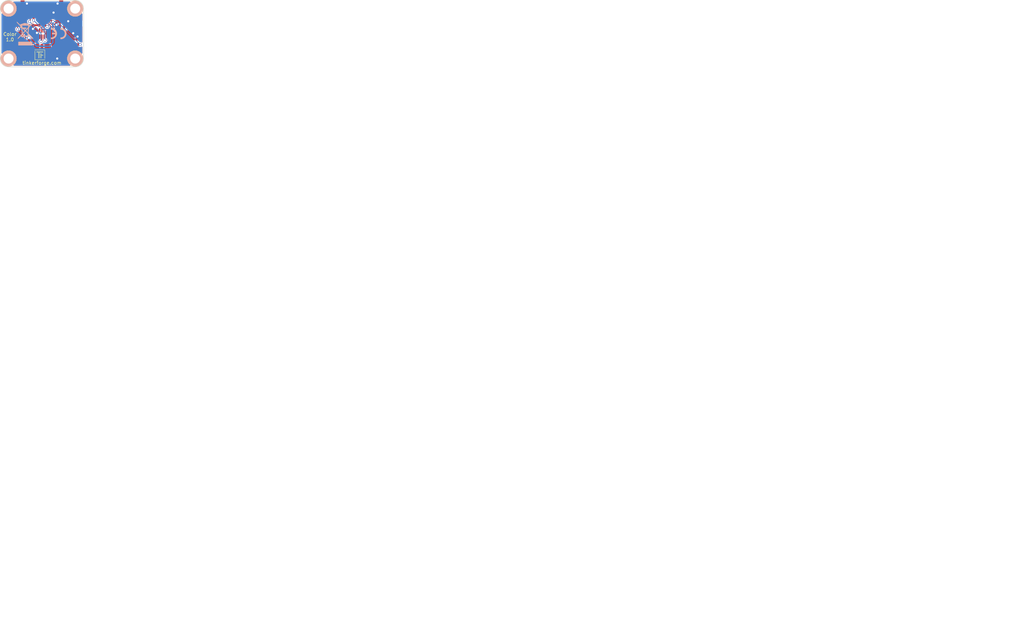
<source format=kicad_pcb>
(kicad_pcb (version 4) (host pcbnew 4.0.2+dfsg1-stable)
  (title_block (title "Color Bricklet") (rev 1.0) (company "Tinkerforge GmbH") (comment 1 "Licensed under CERN OHL v.1.1") (comment 2 "Copyright (©) 2014, B.Nordmeyer <bastian@tinkerforge.com>"))
  (layers (0 F.Cu signal hide) (31 B.Cu signal hide) (34 B.Paste user) (35 F.Paste user) (36 B.SilkS user) (37 F.SilkS user) (38 B.Mask user) (39 F.Mask user) (44 Edge.Cuts user))
  (net 0 "")
  (net 1 GND)
  (net 2 SCL)
  (net 3 SDA)
  (net 4 VCC)
  (net 5 "Net-(D1-Pad1)")
  (net 6 "Net-(D1-Pad2)")
  (net 7 "Net-(P1-Pad1)")
  (net 8 "Net-(P1-Pad6)")
  (net 9 "Net-(P1-Pad7)")
  (net 10 "Net-(P1-Pad8)")
  (net 11 "Net-(P1-Pad9)")
  (net 12 "Net-(P1-Pad10)")
  (net 13 "Net-(U1-Pad4)")
  (net 14 "Net-(U2-Pad7)")
  (module kicad-libraries:WEEE_7mm (layer B.Cu) (at 101.3 71.2 180)
    (fp_text reference VAL hide)
    (fp_text value WEEE_7mm hide)
  )
  (module kicad-libraries:CE_5mm (layer B.Cu) (at 111.3 71.2 180)
    (fp_text reference VAL hide)
    (fp_text value CE_5mm hide)
  )
  (module kicad-libraries:R0603 (layer F.Cu) (at 100.3 67.9 90)
    (fp_text reference R4)
    (fp_text value 2k2)
    (pad 1 smd rect (at -0.8001 0 90) (size 0.8001 0.8001) (layers F.Cu F.Paste F.Mask) (net 4 VCC))
    (pad 2 smd rect (at 0.8001 0 90) (size 0.8001 0.8001) (layers F.Cu F.Paste F.Mask) (net 10 "Net-(P1-Pad8)"))
  )
  (module kicad-libraries:R0603 (layer F.Cu) (at 99 67.9 90)
    (fp_text reference R3)
    (fp_text value 2k2)
    (pad 1 smd rect (at -0.8001 0 90) (size 0.8001 0.8001) (layers F.Cu F.Paste F.Mask) (net 4 VCC))
    (pad 2 smd rect (at 0.8001 0 90) (size 0.8001 0.8001) (layers F.Cu F.Paste F.Mask) (net 9 "Net-(P1-Pad7)"))
  )
  (module kicad-libraries:R0603 (layer F.Cu) (at 102.4 74.1 270)
    (fp_text reference R2)
    (fp_text value 180)
    (pad 1 smd rect (at -0.8001 0 270) (size 0.8001 0.8001) (layers F.Cu F.Paste F.Mask) (net 4 VCC))
    (pad 2 smd rect (at 0.8001 0 270) (size 0.8001 0.8001) (layers F.Cu F.Paste F.Mask) (net 5 "Net-(D1-Pad1)"))
  )
  (module kicad-libraries:R0603 (layer F.Cu) (at 102.8 68.7)
    (fp_text reference R1)
    (fp_text value 10k)
    (pad 1 smd rect (at -0.8001 0) (size 0.8001 0.8001) (layers F.Cu F.Paste F.Mask) (net 12 "Net-(P1-Pad10)"))
    (pad 2 smd rect (at 0.8001 0) (size 0.8001 0.8001) (layers F.Cu F.Paste F.Mask) (net 1 GND))
  )
  (module kicad-libraries:C0603 (layer F.Cu) (at 117 73.7 90)
    (fp_text reference C2)
    (fp_text value 100nF)
    (pad 1 smd rect (at -0.8001 0 90) (size 0.8001 0.8001) (layers F.Cu F.Paste F.Mask) (net 4 VCC))
    (pad 2 smd rect (at 0.8001 0 90) (size 0.8001 0.8001) (layers F.Cu F.Paste F.Mask) (net 1 GND))
  )
  (module kicad-libraries:C0603 (layer F.Cu) (at 106.3 68.7 180)
    (fp_text reference C1)
    (fp_text value 100nF)
    (pad 1 smd rect (at -0.8001 0 180) (size 0.8001 0.8001) (layers F.Cu F.Paste F.Mask) (net 4 VCC))
    (pad 2 smd rect (at 0.8001 0 180) (size 0.8001 0.8001) (layers F.Cu F.Paste F.Mask) (net 1 GND))
  )
  (module kicad-libraries:Fiducial_Mark (layer F.Cu) (at 117.4 68.2)
    (fp_text reference Fiducial_Mark hide)
    (fp_text value VAL** hide)
    (pad 1 smd circle (at 0 0) (size 1.00076 1.00076) (layers F.Cu F.Paste F.Mask) (clearance 0.65024))
  )
  (module kicad-libraries:Fiducial_Mark (layer F.Cu) (at 100.8 78.2)
    (fp_text reference Fiducial_Mark hide)
    (fp_text value VAL** hide)
    (pad 1 smd circle (at 0 0) (size 1.00076 1.00076) (layers F.Cu F.Paste F.Mask) (clearance 0.65024))
  )
  (module kicad-libraries:Logo_31x31 (layer F.Cu) (at 104.1 76)
    (fp_text reference G*** hide)
    (fp_text value Logo_31x31 hide)
  )
  (module kicad-libraries:SOT23GDS (layer F.Cu) (at 109.1 77.7 180)
    (fp_text reference Q1)
    (fp_text value 2N7002P)
    (pad S smd rect (at -0.889 -1.016 180) (size 0.9144 0.9144) (layers F.Cu F.Paste F.Mask) (net 1 GND))
    (pad G smd rect (at 0.889 -1.016 180) (size 0.9144 0.9144) (layers F.Cu F.Paste F.Mask) (net 12 "Net-(P1-Pad10)"))
    (pad D smd rect (at 0 1.016 180) (size 0.9144 0.9144) (layers F.Cu F.Paste F.Mask) (net 6 "Net-(D1-Pad2)"))
  )
  (module kicad-libraries:SOIC8 (layer F.Cu) (at 113.6 71.8 180)
    (fp_text reference U2)
    (fp_text value M24C64)
    (pad 1 smd rect (at -1.90246 2.69748) (size 0.59944 1.5494) (layers F.Cu F.Paste F.Mask) (net 1 GND))
    (pad 2 smd rect (at -0.63246 2.69748) (size 0.59944 1.5494) (layers F.Cu F.Paste F.Mask) (net 1 GND))
    (pad 3 smd rect (at 0.63246 2.69748) (size 0.59944 1.5494) (layers F.Cu F.Paste F.Mask) (net 8 "Net-(P1-Pad6)"))
    (pad 4 smd rect (at 1.90246 2.69748) (size 0.59944 1.5494) (layers F.Cu F.Paste F.Mask) (net 1 GND))
    (pad 5 smd rect (at 1.90246 -2.69748 180) (size 0.59944 1.5494) (layers F.Cu F.Paste F.Mask) (net 3 SDA))
    (pad 6 smd rect (at 0.63246 -2.69748 180) (size 0.59944 1.5494) (layers F.Cu F.Paste F.Mask) (net 2 SCL))
    (pad 7 smd rect (at -0.63246 -2.69748 180) (size 0.59944 1.5494) (layers F.Cu F.Paste F.Mask) (net 14 "Net-(U2-Pad7)"))
    (pad 8 smd rect (at -1.90246 -2.69748 180) (size 0.59944 1.5494) (layers F.Cu F.Paste F.Mask) (net 4 VCC))
  )
  (module kicad-libraries:CON-SENSOR (layer F.Cu) (at 106.3 61.3 180)
    (fp_text reference P1)
    (fp_text value CON-SENSOR)
    (pad 1 smd rect (at -4.50088 -4.7752 180) (size 0.59944 1.5494) (layers F.Cu F.Paste F.Mask) (net 7 "Net-(P1-Pad1)"))
    (pad 2 smd rect (at -3.50012 -4.7752 180) (size 0.59944 1.5494) (layers F.Cu F.Paste F.Mask) (net 1 GND))
    (pad 3 smd rect (at -2.49936 -4.7752 180) (size 0.59944 1.5494) (layers F.Cu F.Paste F.Mask) (net 4 VCC))
    (pad 4 smd rect (at -1.50114 -4.7752 180) (size 0.59944 1.5494) (layers F.Cu F.Paste F.Mask) (net 2 SCL))
    (pad 5 smd rect (at -0.50038 -4.7752 180) (size 0.59944 1.5494) (layers F.Cu F.Paste F.Mask) (net 3 SDA))
    (pad 6 smd rect (at 0.50038 -4.7752 180) (size 0.59944 1.5494) (layers F.Cu F.Paste F.Mask) (net 8 "Net-(P1-Pad6)"))
    (pad 7 smd rect (at 1.50114 -4.7752 180) (size 0.59944 1.5494) (layers F.Cu F.Paste F.Mask) (net 9 "Net-(P1-Pad7)"))
    (pad 8 smd rect (at 2.49936 -4.7752 180) (size 0.59944 1.5494) (layers F.Cu F.Paste F.Mask) (net 10 "Net-(P1-Pad8)"))
    (pad 9 smd rect (at 3.50012 -4.7752 180) (size 0.59944 1.5494) (layers F.Cu F.Paste F.Mask) (net 11 "Net-(P1-Pad9)"))
    (pad 10 smd rect (at 4.50088 -4.7752 180) (size 0.59944 1.5494) (layers F.Cu F.Paste F.Mask) (net 12 "Net-(P1-Pad10)"))
    (pad EP smd rect (at -5.79882 -0.89916 180) (size 1.19888 1.80086) (layers F.Cu F.Paste F.Mask) (net 1 GND))
    (pad EP smd rect (at 5.79882 -0.89916 180) (size 1.19888 1.80086) (layers F.Cu F.Paste F.Mask) (net 1 GND))
  )
  (module kicad-libraries:DRILL_NP (layer F.Cu) (at 96.3 78.7)
    (fp_text reference U5 hide)
    (fp_text value DRILL hide)
    (pad "" np_thru_hole circle (at 0 0) (size 2.99974 2.99974) (drill 2.99974) (layers *.Cu *.Mask F.SilkS) (clearance 0.89916))
  )
  (module kicad-libraries:DRILL_NP (layer F.Cu) (at 116.3 78.7)
    (fp_text reference U6 hide)
    (fp_text value DRILL hide)
    (pad "" np_thru_hole circle (at 0 0) (size 2.99974 2.99974) (drill 2.99974) (layers *.Cu *.Mask F.SilkS) (clearance 0.89916))
  )
  (module kicad-libraries:DRILL_NP (layer F.Cu) (at 116.3 63.7)
    (fp_text reference U4 hide)
    (fp_text value DRILL hide)
    (pad "" np_thru_hole circle (at 0 0) (size 2.99974 2.99974) (drill 2.99974) (layers *.Cu *.Mask F.SilkS) (clearance 0.89916))
  )
  (module kicad-libraries:DRILL_NP (layer F.Cu) (at 96.3 63.7)
    (fp_text reference U3 hide)
    (fp_text value DRILL hide)
    (pad "" np_thru_hole circle (at 0 0) (size 2.99974 2.99974) (drill 2.99974) (layers *.Cu *.Mask F.SilkS) (clearance 0.89916))
  )
  (module kicad-libraries:LED-3x2 (layer F.Cu) (at 106.3 74.9)
    (fp_text reference D1)
    (fp_text value LED)
    (pad 1 smd rect (at -1.55 0.05) (size 1.6 1.4) (layers F.Cu F.Paste F.Mask) (net 5 "Net-(D1-Pad1)"))
    (pad 2 smd rect (at 1.55 0) (size 1.6 1.4) (layers F.Cu F.Paste F.Mask) (net 6 "Net-(D1-Pad2)"))
  )
  (module kicad-libraries:FN-TCS3472 (layer F.Cu) (at 106.3 71.2 270)
    (fp_text reference U1)
    (fp_text value TCS3472)
    (pad 1 smd oval (at -0.95 -0.65 270) (size 1.4 0.4) (layers F.Cu F.Paste F.Mask) (net 4 VCC))
    (pad 2 smd oval (at -0.95 0 270) (size 1.4 0.4) (layers F.Cu F.Paste F.Mask) (net 9 "Net-(P1-Pad7)"))
    (pad 3 smd oval (at -0.95 0.65 270) (size 1.4 0.4) (layers F.Cu F.Paste F.Mask) (net 1 GND))
    (pad 4 smd oval (at 0.95 0.65 270) (size 1.4 0.4) (layers F.Cu F.Paste F.Mask) (net 13 "Net-(U1-Pad4)"))
    (pad 5 smd oval (at 0.95 0 270) (size 1.4 0.4) (layers F.Cu F.Paste F.Mask) (net 11 "Net-(P1-Pad9)"))
    (pad 6 smd oval (at 0.95 -0.65 270) (size 1.4 0.4) (layers F.Cu F.Paste F.Mask) (net 10 "Net-(P1-Pad8)"))
  )
  (gr_text tinkerforge.com (at 106.3 80) (layer F.SilkS) (effects (font (size 1 1))))
  (gr_text "Color\n1.0" (at 96.7 72.2) (layer F.SilkS) (effects (font (size 1 1))))
  (gr_line (start 96.3 81.2) (end 116.3 81.2) (angle 90) (layer Edge.Cuts) (width 0.15))
  (gr_line (start 93.8 63.7) (end 93.8 78.7) (angle 90) (layer Edge.Cuts) (width 0.15))
  (gr_line (start 116.3 61.2) (end 96.3 61.2) (angle 90) (layer Edge.Cuts) (width 0.15))
  (gr_line (start 118.8 78.7) (end 118.8 63.7) (angle 90) (layer Edge.Cuts) (width 0.15))
  (gr_arc (start 116.3 78.7) (end 118.8 78.7) (angle 90) (layer Edge.Cuts) (width 0.15))
  (gr_arc (start 116.3 63.7) (end 116.3 61.2) (angle 90) (layer Edge.Cuts) (width 0.15))
  (gr_arc (start 96.3 63.7) (end 93.8 63.7) (angle 90) (layer Edge.Cuts) (width 0.15))
  (gr_arc (start 96.3 78.7) (end 96.3 81.2) (angle 90) (layer Edge.Cuts) (width 0.15))
  (segment (start 110.9 78.7) (end 103.1 78.7) (width 0.254) (layer B.Cu) (net 1))
  (segment (start 97.6 73.2) (end 97.6 66.8) (width 0.254) (layer B.Cu) (net 1))
  (segment (start 103.1 78.7) (end 97.6 73.2) (width 0.254) (layer B.Cu) (net 1))
  (segment (start 103.6 69.8) (end 103.1 69.8) (width 0.254) (layer B.Cu) (net 1))
  (segment (start 101.8 64.8) (end 101.8 62.2) (width 0.254) (layer B.Cu) (net 1))
  (segment (start 101.5 65.1) (end 101.8 64.8) (width 0.254) (layer B.Cu) (net 1))
  (segment (start 101.5 68.2) (end 101.5 65.1) (width 0.254) (layer B.Cu) (net 1))
  (segment (start 103.1 69.8) (end 101.5 68.2) (width 0.254) (layer B.Cu) (net 1))
  (segment (start 97.6 66.8) (end 101.8 62.6) (width 0.254) (layer B.Cu) (net 1))
  (segment (start 101.8 62.6) (end 101.8 62.2) (width 0.254) (layer B.Cu) (net 1))
  (segment (start 115.7 71.1) (end 115.7 69) (width 0.254) (layer B.Cu) (net 1))
  (segment (start 114.23246 67.53246) (end 114.2 67.5) (width 0.254) (layer F.Cu) (net 1))
  (via (at 114.2 67.5) (size 0.889) (layers F.Cu B.Cu) (net 1))
  (segment (start 114.23246 67.53246) (end 114.23246 69.10252) (width 0.254) (layer F.Cu) (net 1))
  (segment (start 115.7 69) (end 114.2 67.5) (width 0.254) (layer B.Cu) (net 1))
  (segment (start 104.8 71) (end 103.6 69.8) (width 0.254) (layer B.Cu) (net 1))
  (segment (start 103.6001 69.7999) (end 103.6 69.8) (width 0.254) (layer F.Cu) (net 1))
  (via (at 103.6 69.8) (size 0.889) (layers F.Cu B.Cu) (net 1))
  (segment (start 103.6001 68.7) (end 103.6001 69.7999) (width 0.254) (layer F.Cu) (net 1))
  (segment (start 105.55 70.25) (end 104.8 71) (width 0.254) (layer F.Cu) (net 1))
  (via (at 104.8 71) (size 0.889) (layers F.Cu B.Cu) (net 1))
  (segment (start 105.55 70.25) (end 105.65 70.25) (width 0.254) (layer F.Cu) (net 1))
  (segment (start 110.7 68.6) (end 110.7 78.5) (width 0.254) (layer B.Cu) (net 1))
  (segment (start 110.7 78.5) (end 110.9 78.7) (width 0.254) (layer B.Cu) (net 1))
  (segment (start 111.69754 69.10252) (end 111.20252 69.10252) (width 0.254) (layer F.Cu) (net 1))
  (via (at 110.7 68.6) (size 0.889) (layers F.Cu B.Cu) (net 1))
  (segment (start 111.20252 69.10252) (end 110.7 68.6) (width 0.254) (layer F.Cu) (net 1))
  (segment (start 117 72.1) (end 116.7 72.1) (width 0.254) (layer B.Cu) (net 1))
  (segment (start 115.50246 70.90246) (end 115.7 71.1) (width 0.254) (layer F.Cu) (net 1))
  (via (at 115.7 71.1) (size 0.889) (layers F.Cu B.Cu) (net 1))
  (segment (start 115.50246 70.90246) (end 115.50246 69.10252) (width 0.254) (layer F.Cu) (net 1))
  (segment (start 116.7 72.1) (end 115.7 71.1) (width 0.254) (layer B.Cu) (net 1))
  (segment (start 109.8 64.9) (end 104.5 64.9) (width 0.254) (layer B.Cu) (net 1))
  (segment (start 104.5 64.9) (end 101.8 62.2) (width 0.254) (layer B.Cu) (net 1))
  (segment (start 109.8 64.9) (end 109.8 63.4) (width 0.254) (layer B.Cu) (net 1))
  (segment (start 111.00084 62.19916) (end 111 62.2) (width 0.254) (layer F.Cu) (net 1))
  (via (at 111 62.2) (size 0.889) (layers F.Cu B.Cu) (net 1))
  (segment (start 111.00084 62.19916) (end 112.09882 62.19916) (width 0.254) (layer F.Cu) (net 1))
  (segment (start 109.8 63.4) (end 111 62.2) (width 0.254) (layer B.Cu) (net 1))
  (segment (start 105.4999 68.7) (end 103.6001 68.7) (width 0.254) (layer F.Cu) (net 1))
  (segment (start 109.989 78.716) (end 110.884 78.716) (width 0.5) (layer F.Cu) (net 1))
  (via (at 110.9 78.7) (size 0.889) (layers F.Cu B.Cu) (net 1))
  (segment (start 110.884 78.716) (end 110.9 78.7) (width 0.254) (layer F.Cu) (net 1))
  (segment (start 101.79916 62.19916) (end 100.50118 62.19916) (width 0.254) (layer F.Cu) (net 1))
  (via (at 101.8 62.2) (size 0.889) (layers F.Cu B.Cu) (net 1))
  (segment (start 101.8 62.2) (end 101.79916 62.19916) (width 0.254) (layer F.Cu) (net 1))
  (segment (start 117 72.1) (end 117 68.7) (width 0.254) (layer B.Cu) (net 1))
  (segment (start 109.80012 64.90012) (end 109.8 64.9) (width 0.254) (layer F.Cu) (net 1))
  (via (at 109.8 64.9) (size 0.889) (layers F.Cu B.Cu) (net 1))
  (segment (start 109.80012 64.90012) (end 109.80012 66.0752) (width 0.254) (layer F.Cu) (net 1))
  (segment (start 113.2 64.9) (end 109.8 64.9) (width 0.254) (layer B.Cu) (net 1))
  (segment (start 117 68.7) (end 113.2 64.9) (width 0.254) (layer B.Cu) (net 1))
  (segment (start 117 72.1) (end 117 72.8999) (width 0.254) (layer F.Cu) (net 1))
  (via (at 117 72.1) (size 0.889) (layers F.Cu B.Cu) (net 1))
  (segment (start 107.80114 66.0752) (end 107.80114 66.80114) (width 0.254) (layer F.Cu) (net 2))
  (segment (start 112.96754 72.16754) (end 112.96754 74.49748) (width 0.254) (layer F.Cu) (net 2))
  (segment (start 107.8 67) (end 112.96754 72.16754) (width 0.254) (layer F.Cu) (net 2))
  (segment (start 107.8 66.80228) (end 107.8 67) (width 0.254) (layer F.Cu) (net 2))
  (segment (start 107.80114 66.80114) (end 107.8 66.80228) (width 0.254) (layer F.Cu) (net 2))
  (segment (start 111.69754 74.49748) (end 111.69754 71.69754) (width 0.254) (layer F.Cu) (net 3))
  (segment (start 106.80038 67.20038) (end 106.80038 66.0752) (width 0.254) (layer F.Cu) (net 3))
  (segment (start 107.4 67.8) (end 106.80038 67.20038) (width 0.254) (layer F.Cu) (net 3))
  (segment (start 107.8 67.8) (end 107.4 67.8) (width 0.254) (layer F.Cu) (net 3))
  (segment (start 111.69754 71.69754) (end 107.8 67.8) (width 0.254) (layer F.Cu) (net 3))
  (segment (start 102.4 72.5) (end 101.6 72.5) (width 0.254) (layer B.Cu) (net 4))
  (segment (start 99 69.9) (end 99 68.7001) (width 0.254) (layer F.Cu) (net 4))
  (via (at 99 69.9) (size 0.889) (layers F.Cu B.Cu) (net 4))
  (segment (start 101.6 72.5) (end 99 69.9) (width 0.254) (layer B.Cu) (net 4))
  (segment (start 100.3 68.7001) (end 99 68.7001) (width 0.254) (layer F.Cu) (net 4))
  (segment (start 109.6 67.6) (end 109.4 67.6) (width 0.5) (layer F.Cu) (net 4))
  (segment (start 108.79936 66.99936) (end 108.79936 66.0752) (width 0.5) (layer F.Cu) (net 4))
  (segment (start 109.4 67.6) (end 108.79936 66.99936) (width 0.5) (layer F.Cu) (net 4))
  (segment (start 102.4 72.5) (end 102.4 72.7) (width 0.254) (layer B.Cu) (net 4))
  (via (at 102.4 72.5) (size 0.889) (layers F.Cu B.Cu) (net 4))
  (segment (start 102.4 73.2999) (end 102.4 72.5) (width 0.5) (layer F.Cu) (net 4))
  (segment (start 109.6 73.9) (end 109.6 67.6) (width 0.5) (layer B.Cu) (net 4))
  (segment (start 108.5 75) (end 109.6 73.9) (width 0.5) (layer B.Cu) (net 4))
  (segment (start 104.7 75) (end 108.5 75) (width 0.5) (layer B.Cu) (net 4))
  (segment (start 102.4 72.7) (end 104.7 75) (width 0.5) (layer B.Cu) (net 4))
  (segment (start 117 74.5001) (end 117.7999 74.5001) (width 0.254) (layer F.Cu) (net 4))
  (segment (start 110.9 67.6) (end 109.6 67.6) (width 0.254) (layer B.Cu) (net 4))
  (segment (start 117.8 74.5) (end 110.9 67.6) (width 0.254) (layer B.Cu) (net 4))
  (via (at 117.8 74.5) (size 0.889) (layers F.Cu B.Cu) (net 4))
  (segment (start 117.7999 74.5001) (end 117.8 74.5) (width 0.254) (layer F.Cu) (net 4))
  (segment (start 115.50246 74.49748) (end 116.99738 74.49748) (width 0.254) (layer F.Cu) (net 4))
  (segment (start 116.99738 74.49748) (end 117 74.5001) (width 0.254) (layer F.Cu) (net 4))
  (segment (start 107.1001 68.7) (end 107.5 68.7) (width 0.254) (layer F.Cu) (net 4))
  (segment (start 107.5 68.7) (end 107.9 69.1) (width 0.254) (layer F.Cu) (net 4))
  (via (at 107.9 69.1) (size 0.889) (layers F.Cu B.Cu) (net 4))
  (segment (start 107.9 69.1) (end 109.4 67.6) (width 0.254) (layer B.Cu) (net 4))
  (segment (start 109.4 67.6) (end 109.6 67.6) (width 0.254) (layer B.Cu) (net 4))
  (via (at 109.6 67.6) (size 0.889) (layers F.Cu B.Cu) (net 4))
  (segment (start 106.95 70.25) (end 106.95 68.8501) (width 0.254) (layer F.Cu) (net 4))
  (segment (start 106.95 68.8501) (end 107.1001 68.7) (width 0.254) (layer F.Cu) (net 4))
  (segment (start 104.75 74.95) (end 102.4499 74.95) (width 0.5) (layer F.Cu) (net 5))
  (segment (start 102.4499 74.95) (end 102.4 74.9001) (width 0.254) (layer F.Cu) (net 5))
  (segment (start 107.85 74.9) (end 108.5 74.9) (width 0.254) (layer F.Cu) (net 6))
  (segment (start 109.1 75.5) (end 109.1 76.684) (width 0.5) (layer F.Cu) (net 6))
  (segment (start 108.5 74.9) (end 109.1 75.5) (width 0.5) (layer F.Cu) (net 6))
  (segment (start 112.96754 69.10252) (end 112.96754 65.26754) (width 0.254) (layer F.Cu) (net 8))
  (segment (start 105.79962 65.00038) (end 105.79962 66.0752) (width 0.254) (layer F.Cu) (net 8))
  (segment (start 106.8 64) (end 105.79962 65.00038) (width 0.254) (layer F.Cu) (net 8))
  (segment (start 111.7 64) (end 106.8 64) (width 0.254) (layer F.Cu) (net 8))
  (segment (start 112.96754 65.26754) (end 111.7 64) (width 0.254) (layer F.Cu) (net 8))
  (segment (start 99 67.0999) (end 99 65.9) (width 0.254) (layer F.Cu) (net 9))
  (segment (start 104.79886 64.69886) (end 104.79886 66.0752) (width 0.254) (layer F.Cu) (net 9))
  (segment (start 104.1 64) (end 104.79886 64.69886) (width 0.254) (layer F.Cu) (net 9))
  (segment (start 100.9 64) (end 104.1 64) (width 0.254) (layer F.Cu) (net 9))
  (segment (start 99 65.9) (end 100.9 64) (width 0.254) (layer F.Cu) (net 9))
  (segment (start 106.3 70.25) (end 106.3 68.1) (width 0.254) (layer F.Cu) (net 9))
  (segment (start 104.79886 67.09886) (end 104.79886 66.0752) (width 0.254) (layer F.Cu) (net 9))
  (segment (start 105.1 67.4) (end 104.79886 67.09886) (width 0.254) (layer F.Cu) (net 9))
  (segment (start 105.6 67.4) (end 105.1 67.4) (width 0.254) (layer F.Cu) (net 9))
  (segment (start 106.3 68.1) (end 105.6 67.4) (width 0.254) (layer F.Cu) (net 9))
  (segment (start 100.3 67.0999) (end 100.3 65.5) (width 0.254) (layer F.Cu) (net 10))
  (segment (start 103.80064 65.30064) (end 103.80064 66.0752) (width 0.254) (layer F.Cu) (net 10))
  (segment (start 103.3 64.8) (end 103.80064 65.30064) (width 0.254) (layer F.Cu) (net 10))
  (segment (start 101 64.8) (end 103.3 64.8) (width 0.254) (layer F.Cu) (net 10))
  (segment (start 100.3 65.5) (end 101 64.8) (width 0.254) (layer F.Cu) (net 10))
  (segment (start 103.80064 66.0752) (end 103.80064 67.19936) (width 0.254) (layer F.Cu) (net 10))
  (segment (start 106.95 72.95) (end 106.95 72.15) (width 0.254) (layer F.Cu) (net 10))
  (segment (start 107.2 73.2) (end 106.95 72.95) (width 0.254) (layer F.Cu) (net 10))
  (via (at 107.2 73.2) (size 0.889) (layers F.Cu B.Cu) (net 10))
  (segment (start 107.2 70.6) (end 107.2 73.2) (width 0.254) (layer B.Cu) (net 10))
  (segment (start 103.8 67.2) (end 107.2 70.6) (width 0.254) (layer B.Cu) (net 10))
  (via (at 103.8 67.2) (size 0.889) (layers F.Cu B.Cu) (net 10))
  (segment (start 103.80064 67.19936) (end 103.8 67.2) (width 0.254) (layer F.Cu) (net 10))
  (segment (start 102.79988 66.0752) (end 102.79988 67.40012) (width 0.254) (layer F.Cu) (net 11))
  (segment (start 106.3 73.3) (end 106.3 72.15) (width 0.254) (layer F.Cu) (net 11))
  (segment (start 106 73.6) (end 106.3 73.3) (width 0.254) (layer F.Cu) (net 11))
  (via (at 106 73.6) (size 0.889) (layers F.Cu B.Cu) (net 11))
  (segment (start 106 71) (end 106 73.6) (width 0.254) (layer B.Cu) (net 11))
  (segment (start 102.6 67.6) (end 106 71) (width 0.254) (layer B.Cu) (net 11))
  (via (at 102.6 67.6) (size 0.889) (layers F.Cu B.Cu) (net 11))
  (segment (start 102.79988 67.40012) (end 102.6 67.6) (width 0.254) (layer F.Cu) (net 11))
  (segment (start 108.211 78.716) (end 104.416 78.716) (width 0.254) (layer F.Cu) (net 12))
  (segment (start 101.9999 70.0001) (end 101.9999 68.7) (width 0.254) (layer F.Cu) (net 12))
  (segment (start 101.3 70.7) (end 101.9999 70.0001) (width 0.254) (layer F.Cu) (net 12))
  (segment (start 101.3 75.6) (end 101.3 70.7) (width 0.254) (layer F.Cu) (net 12))
  (segment (start 104.416 78.716) (end 101.3 75.6) (width 0.254) (layer F.Cu) (net 12))
  (segment (start 101.79912 66.0752) (end 101.79912 67.00088) (width 0.254) (layer F.Cu) (net 12))
  (segment (start 101.7 68.4001) (end 101.9999 68.7) (width 0.254) (layer F.Cu) (net 12))
  (segment (start 101.7 67.1) (end 101.7 68.4001) (width 0.254) (layer F.Cu) (net 12))
  (segment (start 101.79912 67.00088) (end 101.7 67.1) (width 0.254) (layer F.Cu) (net 12))
  (zone (net 1) (net_name GND) (layer F.Cu) (connect_pads (clearance 0.3)) (min_thickness 0.3) (fill yes (arc_segments 16) (thermal_gap 0.5) (thermal_bridge_width 0.5))
    (polygon (pts (xy 93.8 61.2) (xy 118.8 61.2) (xy 118.8 81.2) (xy 93.8 81.2)))
  )
  (zone (net 1) (net_name GND) (layer B.Cu) (connect_pads (clearance 0.3)) (min_thickness 0.3) (fill yes (arc_segments 16) (thermal_gap 0.5) (thermal_bridge_width 0.5))
    (polygon (pts (xy 93.8 61.2) (xy 118.8 61.2) (xy 118.8 81.2) (xy 93.8 81.2)))
  )
)
</source>
